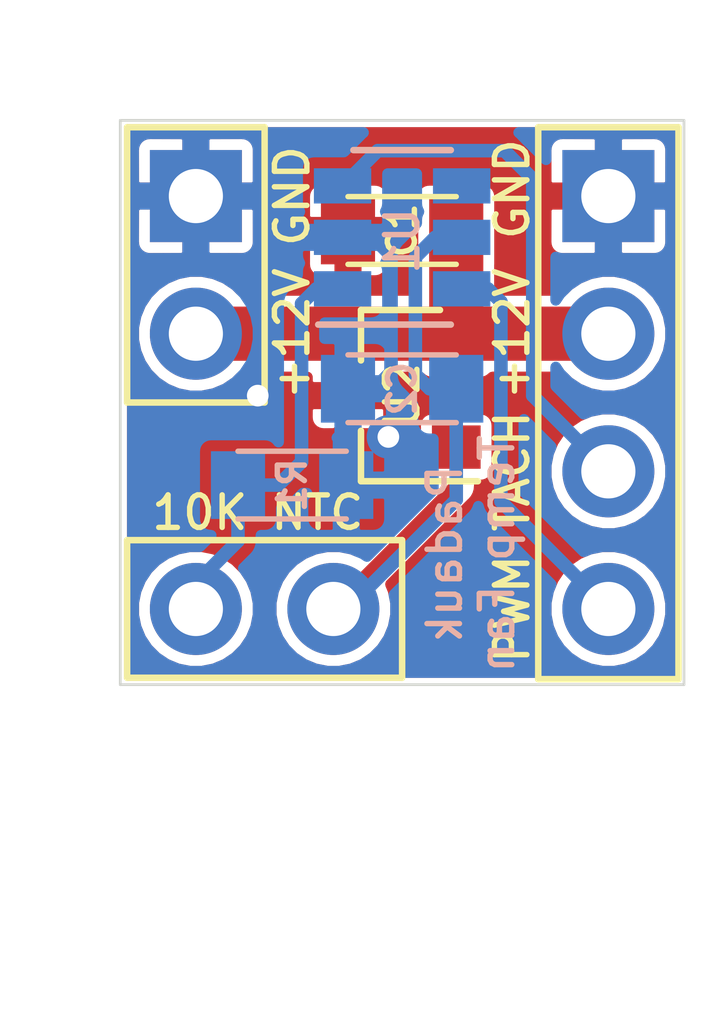
<source format=kicad_pcb>
(kicad_pcb (version 20171130) (host pcbnew "(5.1.6)-1")

  (general
    (thickness 1.6)
    (drawings 12)
    (tracks 41)
    (zones 0)
    (modules 8)
    (nets 8)
  )

  (page A4)
  (layers
    (0 F.Cu signal)
    (31 B.Cu signal)
    (32 B.Adhes user hide)
    (33 F.Adhes user hide)
    (34 B.Paste user hide)
    (35 F.Paste user hide)
    (36 B.SilkS user hide)
    (37 F.SilkS user)
    (38 B.Mask user hide)
    (39 F.Mask user hide)
    (40 Dwgs.User user)
    (41 Cmts.User user)
    (42 Eco1.User user)
    (43 Eco2.User user)
    (44 Edge.Cuts user)
    (45 Margin user)
    (46 B.CrtYd user hide)
    (47 F.CrtYd user)
    (48 B.Fab user hide)
    (49 F.Fab user)
  )

  (setup
    (last_trace_width 0.25)
    (user_trace_width 1)
    (trace_clearance 0.2)
    (zone_clearance 0.1)
    (zone_45_only no)
    (trace_min 0.2)
    (via_size 0.8)
    (via_drill 0.4)
    (via_min_size 0.4)
    (via_min_drill 0.3)
    (uvia_size 0.3)
    (uvia_drill 0.1)
    (uvias_allowed no)
    (uvia_min_size 0.2)
    (uvia_min_drill 0.1)
    (edge_width 0.05)
    (segment_width 0.2)
    (pcb_text_width 0.3)
    (pcb_text_size 1.5 1.5)
    (mod_edge_width 0.12)
    (mod_text_size 0.8 0.8)
    (mod_text_width 0.1)
    (pad_size 1.524 1.524)
    (pad_drill 0.762)
    (pad_to_mask_clearance 0.05)
    (aux_axis_origin 0 0)
    (visible_elements 7FFFFFFF)
    (pcbplotparams
      (layerselection 0x010fc_ffffffff)
      (usegerberextensions false)
      (usegerberattributes true)
      (usegerberadvancedattributes true)
      (creategerberjobfile true)
      (excludeedgelayer true)
      (linewidth 0.100000)
      (plotframeref false)
      (viasonmask false)
      (mode 1)
      (useauxorigin false)
      (hpglpennumber 1)
      (hpglpenspeed 20)
      (hpglpendiameter 15.000000)
      (psnegative false)
      (psa4output false)
      (plotreference true)
      (plotvalue true)
      (plotinvisibletext false)
      (padsonsilk false)
      (subtractmaskfromsilk false)
      (outputformat 1)
      (mirror false)
      (drillshape 0)
      (scaleselection 1)
      (outputdirectory "output/gerber/"))
  )

  (net 0 "")
  (net 1 GND)
  (net 2 +12V)
  (net 3 +5V)
  (net 4 /PWM)
  (net 5 /T_OUT)
  (net 6 "Net-(U1-Pad4)")
  (net 7 /TACH)

  (net_class Default "This is the default net class."
    (clearance 0.2)
    (trace_width 0.25)
    (via_dia 0.8)
    (via_drill 0.4)
    (uvia_dia 0.3)
    (uvia_drill 0.1)
    (add_net +12V)
    (add_net +5V)
    (add_net /PWM)
    (add_net /TACH)
    (add_net /T_OUT)
    (add_net GND)
    (add_net "Net-(U1-Pad4)")
  )

  (module Connector_PinSocket_2.54mm:PinSocket_1x04_P2.54mm_Vertical (layer F.Cu) (tedit 5F6EDFED) (tstamp 5F6EDEFD)
    (at 135.89 80.01)
    (descr "Through hole straight socket strip, 1x04, 2.54mm pitch, single row (from Kicad 4.0.7), script generated")
    (tags "Through hole socket strip THT 1x04 2.54mm single row")
    (path /5F515DDB)
    (fp_text reference J2 (at 0 -2.77) (layer F.Fab)
      (effects (font (size 1 1) (thickness 0.15)))
    )
    (fp_text value FAN (at 0 10.39) (layer F.Fab)
      (effects (font (size 1 1) (thickness 0.15)))
    )
    (fp_line (start -1.8 9.4) (end -1.8 -1.8) (layer F.CrtYd) (width 0.05))
    (fp_line (start 1.75 9.4) (end -1.8 9.4) (layer F.CrtYd) (width 0.05))
    (fp_line (start 1.75 -1.8) (end 1.75 9.4) (layer F.CrtYd) (width 0.05))
    (fp_line (start -1.8 -1.8) (end 1.75 -1.8) (layer F.CrtYd) (width 0.05))
    (fp_line (start 1.2954 -1.27) (end 1.2954 8.9154) (layer F.SilkS) (width 0.12))
    (fp_line (start -1.2954 8.9154) (end 1.2954 8.9154) (layer F.SilkS) (width 0.12))
    (fp_line (start -1.2954 -1.27) (end -1.2954 8.9154) (layer F.SilkS) (width 0.12))
    (fp_line (start -1.2954 -1.27) (end 1.2954 -1.27) (layer F.SilkS) (width 0.12))
    (fp_line (start -1.27 8.89) (end -1.27 -1.27) (layer F.Fab) (width 0.1))
    (fp_line (start 1.27 8.89) (end -1.27 8.89) (layer F.Fab) (width 0.1))
    (fp_line (start 1.27 -0.635) (end 1.27 8.89) (layer F.Fab) (width 0.1))
    (fp_line (start 0.635 -1.27) (end 1.27 -0.635) (layer F.Fab) (width 0.1))
    (fp_line (start -1.27 -1.27) (end 0.635 -1.27) (layer F.Fab) (width 0.1))
    (fp_text user %R (at 0 3.81 90) (layer F.Fab)
      (effects (font (size 1 1) (thickness 0.15)))
    )
    (pad 1 thru_hole rect (at 0 0) (size 1.7 1.7) (drill 1) (layers *.Cu *.Mask)
      (net 1 GND))
    (pad 2 thru_hole oval (at 0 2.54) (size 1.7 1.7) (drill 1) (layers *.Cu *.Mask)
      (net 2 +12V))
    (pad 3 thru_hole oval (at 0 5.08) (size 1.7 1.7) (drill 1) (layers *.Cu *.Mask)
      (net 7 /TACH))
    (pad 4 thru_hole oval (at 0 7.62) (size 1.7 1.7) (drill 1) (layers *.Cu *.Mask)
      (net 4 /PWM))
  )

  (module Connector_PinSocket_2.54mm:PinSocket_1x02_P2.54mm_Vertical (layer F.Cu) (tedit 5F513B1C) (tstamp 5F51931A)
    (at 130.81 87.63 270)
    (descr "Through hole straight socket strip, 1x02, 2.54mm pitch, single row (from Kicad 4.0.7), script generated")
    (tags "Through hole socket strip THT 1x02 2.54mm single row")
    (path /5F519D8F)
    (fp_text reference TH1 (at 0 -2.77 90) (layer F.SilkS) hide
      (effects (font (size 1 1) (thickness 0.15)))
    )
    (fp_text value 10K_NTC_Thermistor (at 0 5.31 90) (layer F.Fab)
      (effects (font (size 1 1) (thickness 0.15)))
    )
    (fp_line (start -1.27 3.81) (end -1.27 -1.27) (layer F.SilkS) (width 0.12))
    (fp_line (start 1.27 3.81) (end -1.27 3.81) (layer F.SilkS) (width 0.12))
    (fp_line (start 1.27 -1.27) (end 1.27 3.81) (layer F.SilkS) (width 0.12))
    (fp_line (start -1.27 -1.27) (end 1.27 -1.27) (layer F.SilkS) (width 0.12))
    (fp_line (start -1.27 -1.27) (end 0.635 -1.27) (layer F.Fab) (width 0.1))
    (fp_line (start 0.635 -1.27) (end 1.27 -0.635) (layer F.Fab) (width 0.1))
    (fp_line (start 1.27 -0.635) (end 1.27 3.81) (layer F.Fab) (width 0.1))
    (fp_line (start 1.27 3.81) (end -1.27 3.81) (layer F.Fab) (width 0.1))
    (fp_line (start -1.27 3.81) (end -1.27 -1.27) (layer F.Fab) (width 0.1))
    (fp_line (start -1.8 -1.8) (end 1.75 -1.8) (layer F.CrtYd) (width 0.05))
    (fp_line (start 1.75 -1.8) (end 1.75 4.3) (layer F.CrtYd) (width 0.05))
    (fp_line (start 1.75 4.3) (end -1.8 4.3) (layer F.CrtYd) (width 0.05))
    (fp_line (start -1.8 4.3) (end -1.8 -1.8) (layer F.CrtYd) (width 0.05))
    (fp_text user %R (at 0 1.27) (layer F.Fab)
      (effects (font (size 1 1) (thickness 0.15)))
    )
    (pad 1 thru_hole oval (at 0 0 270) (size 1.7 1.7) (drill 1) (layers *.Cu *.Mask)
      (net 3 +5V))
    (pad 2 thru_hole oval (at 0 2.54 270) (size 1.7 1.7) (drill 1) (layers *.Cu *.Mask)
      (net 5 /T_OUT))
  )

  (module Connector_PinSocket_2.54mm:PinSocket_1x02_P2.54mm_Vertical (layer F.Cu) (tedit 5F513B00) (tstamp 5F6EDF8C)
    (at 128.27 80.01)
    (descr "Through hole straight socket strip, 1x02, 2.54mm pitch, single row (from Kicad 4.0.7), script generated")
    (tags "Through hole socket strip THT 1x02 2.54mm single row")
    (path /5F51549C)
    (fp_text reference J1 (at 0 -2.77) (layer F.SilkS) hide
      (effects (font (size 1 1) (thickness 0.15)))
    )
    (fp_text value PWR (at 0 -1.8415) (layer F.Fab)
      (effects (font (size 0.8 0.8) (thickness 0.1)))
    )
    (fp_line (start -1.27 3.81) (end -1.27 -1.27) (layer F.SilkS) (width 0.12))
    (fp_line (start 1.27 3.81) (end -1.27 3.81) (layer F.SilkS) (width 0.12))
    (fp_line (start 1.27 -1.27) (end 1.27 3.81) (layer F.SilkS) (width 0.12))
    (fp_line (start -1.27 -1.27) (end 1.27 -1.27) (layer F.SilkS) (width 0.12))
    (fp_line (start -1.27 -1.27) (end 0.635 -1.27) (layer F.Fab) (width 0.1))
    (fp_line (start 0.635 -1.27) (end 1.27 -0.635) (layer F.Fab) (width 0.1))
    (fp_line (start 1.27 -0.635) (end 1.27 3.81) (layer F.Fab) (width 0.1))
    (fp_line (start 1.27 3.81) (end -1.27 3.81) (layer F.Fab) (width 0.1))
    (fp_line (start -1.27 3.81) (end -1.27 -1.27) (layer F.Fab) (width 0.1))
    (fp_line (start -1.8 -1.8) (end 1.75 -1.8) (layer F.CrtYd) (width 0.05))
    (fp_line (start 1.75 -1.8) (end 1.75 4.3) (layer F.CrtYd) (width 0.05))
    (fp_line (start 1.75 4.3) (end -1.8 4.3) (layer F.CrtYd) (width 0.05))
    (fp_line (start -1.8 4.3) (end -1.8 -1.8) (layer F.CrtYd) (width 0.05))
    (fp_text user %R (at 0 1.27 90) (layer F.Fab)
      (effects (font (size 1 1) (thickness 0.15)))
    )
    (pad 1 thru_hole rect (at 0 0) (size 1.7 1.7) (drill 1) (layers *.Cu *.Mask)
      (net 1 GND))
    (pad 2 thru_hole oval (at 0 2.54) (size 1.7 1.7) (drill 1) (layers *.Cu *.Mask)
      (net 2 +12V))
  )

  (module modules:C_0805 (layer F.Cu) (tedit 5B1881B6) (tstamp 5F518787)
    (at 132.08 80.645)
    (path /5F518EB9)
    (attr smd)
    (fp_text reference C1 (at 0 0 90) (layer F.SilkS)
      (effects (font (size 0.5 0.5) (thickness 0.1)))
    )
    (fp_text value 1u (at 0 -0.9525) (layer F.Fab) hide
      (effects (font (size 0.25 0.25) (thickness 0.0625)))
    )
    (fp_line (start -1 0.625) (end 1 0.625) (layer F.SilkS) (width 0.1))
    (fp_line (start -1 -0.625) (end 1 -0.625) (layer F.SilkS) (width 0.1))
    (fp_line (start 1 -0.625) (end 1 0.625) (layer F.Fab) (width 0.1))
    (fp_line (start -1 -0.625) (end -1 0.625) (layer F.Fab) (width 0.1))
    (fp_line (start -1 0.625) (end 1 0.625) (layer F.Fab) (width 0.1))
    (fp_line (start -1 -0.625) (end 1 -0.625) (layer F.Fab) (width 0.1))
    (pad 1 smd rect (at -1 0) (size 1 1.25) (layers F.Cu F.Paste F.Mask)
      (net 1 GND))
    (pad 2 smd rect (at 1 0) (size 1 1.25) (layers F.Cu F.Paste F.Mask)
      (net 2 +12V))
    (model ${KISYS3DMOD}/Capacitor_SMD.3dshapes/C_0805_2012Metric.wrl
      (at (xyz 0 0 0))
      (scale (xyz 1 1 1))
      (rotate (xyz 0 0 0))
    )
  )

  (module modules:C_0805 (layer B.Cu) (tedit 5B1881B6) (tstamp 5F51A8DC)
    (at 132.08 83.566 180)
    (path /5F519804)
    (attr smd)
    (fp_text reference C2 (at 0 0 90) (layer B.SilkS)
      (effects (font (size 0.5 0.5) (thickness 0.1)) (justify mirror))
    )
    (fp_text value 100n (at 0 0.9525 180) (layer B.Fab) hide
      (effects (font (size 0.25 0.25) (thickness 0.0625)) (justify mirror))
    )
    (fp_line (start -1 0.625) (end 1 0.625) (layer B.Fab) (width 0.1))
    (fp_line (start -1 -0.625) (end 1 -0.625) (layer B.Fab) (width 0.1))
    (fp_line (start -1 0.625) (end -1 -0.625) (layer B.Fab) (width 0.1))
    (fp_line (start 1 0.625) (end 1 -0.625) (layer B.Fab) (width 0.1))
    (fp_line (start -1 0.625) (end 1 0.625) (layer B.SilkS) (width 0.1))
    (fp_line (start -1 -0.625) (end 1 -0.625) (layer B.SilkS) (width 0.1))
    (pad 2 smd rect (at 1 0 180) (size 1 1.25) (layers B.Cu B.Paste B.Mask)
      (net 1 GND))
    (pad 1 smd rect (at -1 0 180) (size 1 1.25) (layers B.Cu B.Paste B.Mask)
      (net 3 +5V))
    (model ${KISYS3DMOD}/Capacitor_SMD.3dshapes/C_0805_2012Metric.wrl
      (at (xyz 0 0 0))
      (scale (xyz 1 1 1))
      (rotate (xyz 0 0 0))
    )
  )

  (module modules:R_0805 (layer B.Cu) (tedit 5B1881B6) (tstamp 5F519CE6)
    (at 130.048 85.344)
    (path /5F51A658)
    (attr smd)
    (fp_text reference R1 (at 0 0 90) (layer B.SilkS)
      (effects (font (size 0.5 0.5) (thickness 0.1)) (justify mirror))
    )
    (fp_text value 1k (at 0 0.9525 180) (layer B.Fab) hide
      (effects (font (size 0.25 0.25) (thickness 0.0625)) (justify mirror))
    )
    (fp_line (start -1 -0.625) (end 1 -0.625) (layer B.SilkS) (width 0.1))
    (fp_line (start -1 0.625) (end 1 0.625) (layer B.SilkS) (width 0.1))
    (fp_line (start 1 0.625) (end 1 -0.625) (layer B.Fab) (width 0.1))
    (fp_line (start -1 0.625) (end -1 -0.625) (layer B.Fab) (width 0.1))
    (fp_line (start -1 -0.625) (end 1 -0.625) (layer B.Fab) (width 0.1))
    (fp_line (start -1 0.625) (end 1 0.625) (layer B.Fab) (width 0.1))
    (pad 1 smd rect (at -1 0) (size 1 1.25) (layers B.Cu B.Paste B.Mask)
      (net 5 /T_OUT))
    (pad 2 smd rect (at 1 0) (size 1 1.25) (layers B.Cu B.Paste B.Mask)
      (net 1 GND))
    (model ${KISYS3DMOD}/Resistor_SMD.3dshapes/R_0805_2012Metric.wrl
      (at (xyz 0 0 0))
      (scale (xyz 1 1 1))
      (rotate (xyz 0 0 0))
    )
  )

  (module Package_TO_SOT_SMD:SOT-23-6 (layer B.Cu) (tedit 5A02FF57) (tstamp 5F518821)
    (at 132.08 80.772)
    (descr "6-pin SOT-23 package")
    (tags SOT-23-6)
    (path /5F517934)
    (attr smd)
    (fp_text reference U1 (at 0 0.0635 90) (layer B.SilkS)
      (effects (font (size 0.6 0.6) (thickness 0.1)) (justify mirror))
    )
    (fp_text value PMS150C-U06 (at 0 -2.9) (layer B.Fab)
      (effects (font (size 1 1) (thickness 0.15)) (justify mirror))
    )
    (fp_line (start -0.9 -1.61) (end 0.9 -1.61) (layer B.SilkS) (width 0.12))
    (fp_line (start 0.9 1.61) (end -1.55 1.61) (layer B.SilkS) (width 0.12))
    (fp_line (start 1.9 1.8) (end -1.9 1.8) (layer B.CrtYd) (width 0.05))
    (fp_line (start 1.9 -1.8) (end 1.9 1.8) (layer B.CrtYd) (width 0.05))
    (fp_line (start -1.9 -1.8) (end 1.9 -1.8) (layer B.CrtYd) (width 0.05))
    (fp_line (start -1.9 1.8) (end -1.9 -1.8) (layer B.CrtYd) (width 0.05))
    (fp_line (start -0.9 0.9) (end -0.25 1.55) (layer B.Fab) (width 0.1))
    (fp_line (start 0.9 1.55) (end -0.25 1.55) (layer B.Fab) (width 0.1))
    (fp_line (start -0.9 0.9) (end -0.9 -1.55) (layer B.Fab) (width 0.1))
    (fp_line (start 0.9 -1.55) (end -0.9 -1.55) (layer B.Fab) (width 0.1))
    (fp_line (start 0.9 1.55) (end 0.9 -1.55) (layer B.Fab) (width 0.1))
    (fp_text user %R (at 0 0 270) (layer B.Fab)
      (effects (font (size 0.5 0.5) (thickness 0.075)) (justify mirror))
    )
    (pad 1 smd rect (at -1.1 0.95) (size 1.06 0.65) (layers B.Cu B.Paste B.Mask)
      (net 5 /T_OUT))
    (pad 2 smd rect (at -1.1 0) (size 1.06 0.65) (layers B.Cu B.Paste B.Mask)
      (net 1 GND))
    (pad 3 smd rect (at -1.1 -0.95) (size 1.06 0.65) (layers B.Cu B.Paste B.Mask)
      (net 7 /TACH))
    (pad 4 smd rect (at 1.1 -0.95) (size 1.06 0.65) (layers B.Cu B.Paste B.Mask)
      (net 6 "Net-(U1-Pad4)"))
    (pad 6 smd rect (at 1.1 0.95) (size 1.06 0.65) (layers B.Cu B.Paste B.Mask)
      (net 4 /PWM))
    (pad 5 smd rect (at 1.1 0) (size 1.06 0.65) (layers B.Cu B.Paste B.Mask)
      (net 3 +5V))
    (model ${KISYS3DMOD}/Package_TO_SOT_SMD.3dshapes/SOT-23-6.wrl
      (at (xyz 0 0 0))
      (scale (xyz 1 1 1))
      (rotate (xyz 0 0 0))
    )
  )

  (module Package_TO_SOT_SMD:SOT-23 (layer F.Cu) (tedit 5A02FF57) (tstamp 5F518836)
    (at 132.08 83.693 180)
    (descr "SOT-23, Standard")
    (tags SOT-23)
    (path /5F51441F)
    (attr smd)
    (fp_text reference U2 (at 0 0 90) (layer F.SilkS)
      (effects (font (size 0.6 0.6) (thickness 0.1)))
    )
    (fp_text value 78L05_SOT23 (at 0 2.5) (layer F.Fab)
      (effects (font (size 1 1) (thickness 0.15)))
    )
    (fp_line (start -0.7 -0.95) (end -0.7 1.5) (layer F.Fab) (width 0.1))
    (fp_line (start -0.15 -1.52) (end 0.7 -1.52) (layer F.Fab) (width 0.1))
    (fp_line (start -0.7 -0.95) (end -0.15 -1.52) (layer F.Fab) (width 0.1))
    (fp_line (start 0.7 -1.52) (end 0.7 1.52) (layer F.Fab) (width 0.1))
    (fp_line (start -0.7 1.52) (end 0.7 1.52) (layer F.Fab) (width 0.1))
    (fp_line (start 0.76 1.58) (end 0.76 0.65) (layer F.SilkS) (width 0.12))
    (fp_line (start 0.76 -1.58) (end 0.76 -0.65) (layer F.SilkS) (width 0.12))
    (fp_line (start -1.7 -1.75) (end 1.7 -1.75) (layer F.CrtYd) (width 0.05))
    (fp_line (start 1.7 -1.75) (end 1.7 1.75) (layer F.CrtYd) (width 0.05))
    (fp_line (start 1.7 1.75) (end -1.7 1.75) (layer F.CrtYd) (width 0.05))
    (fp_line (start -1.7 1.75) (end -1.7 -1.75) (layer F.CrtYd) (width 0.05))
    (fp_line (start 0.76 -1.58) (end -1.4 -1.58) (layer F.SilkS) (width 0.12))
    (fp_line (start 0.76 1.58) (end -0.7 1.58) (layer F.SilkS) (width 0.12))
    (fp_text user %R (at 0 0 90) (layer F.Fab)
      (effects (font (size 0.5 0.5) (thickness 0.075)))
    )
    (pad 1 smd rect (at -1 -0.95 180) (size 0.9 0.8) (layers F.Cu F.Paste F.Mask)
      (net 3 +5V))
    (pad 2 smd rect (at -1 0.95 180) (size 0.9 0.8) (layers F.Cu F.Paste F.Mask)
      (net 2 +12V))
    (pad 3 smd rect (at 1 0 180) (size 0.9 0.8) (layers F.Cu F.Paste F.Mask)
      (net 1 GND))
    (model ${KISYS3DMOD}/Package_TO_SOT_SMD.3dshapes/SOT-23.wrl
      (at (xyz 0 0 0))
      (scale (xyz 1 1 1))
      (rotate (xyz 0 0 0))
    )
  )

  (gr_text GND (at 134.112 79.883 90) (layer F.SilkS)
    (effects (font (size 0.6 0.6) (thickness 0.1)))
  )
  (gr_text TACH (at 134.112 85.09 90) (layer F.SilkS)
    (effects (font (size 0.6 0.6) (thickness 0.1)))
  )
  (gr_text "Padauk\nTemp Fan" (at 133.35 86.614 90) (layer B.SilkS)
    (effects (font (size 0.6 0.6) (thickness 0.1)) (justify mirror))
  )
  (gr_line (start 126.873 89.027) (end 126.873 78.613) (layer Edge.Cuts) (width 0.05) (tstamp 5F519B10))
  (gr_line (start 137.287 89.027) (end 126.873 89.027) (layer Edge.Cuts) (width 0.05))
  (gr_line (start 137.287 78.613) (end 137.287 89.027) (layer Edge.Cuts) (width 0.05))
  (gr_line (start 126.873 78.613) (end 137.287 78.613) (layer Edge.Cuts) (width 0.05))
  (gr_text "10K NTC" (at 129.413 85.852) (layer F.SilkS)
    (effects (font (size 0.6 0.6) (thickness 0.1)))
  )
  (gr_text PWM (at 134.112 87.63 90) (layer F.SilkS)
    (effects (font (size 0.6 0.6) (thickness 0.1)))
  )
  (gr_text +12V (at 134.112 82.55 90) (layer F.SilkS)
    (effects (font (size 0.6 0.6) (thickness 0.1)))
  )
  (gr_text +12V (at 130.048 82.55 90) (layer F.SilkS)
    (effects (font (size 0.6 0.6) (thickness 0.1)))
  )
  (gr_text GND (at 130.048 80.01 90) (layer F.SilkS)
    (effects (font (size 0.6 0.6) (thickness 0.1)))
  )

  (segment (start 131.08 85.312) (end 131.048 85.344) (width 0.25) (layer B.Cu) (net 1))
  (segment (start 131.08 83.566) (end 131.08 85.312) (width 0.25) (layer B.Cu) (net 1))
  (via (at 131.826 84.455) (size 0.8) (drill 0.4) (layers F.Cu B.Cu) (net 1))
  (segment (start 131.874989 83.263011) (end 131.874989 81.104011) (width 0.25) (layer B.Cu) (net 1))
  (segment (start 131.542978 80.772) (end 130.98 80.772) (width 0.25) (layer B.Cu) (net 1))
  (segment (start 131.08 83.566) (end 131.572 83.566) (width 0.25) (layer B.Cu) (net 1))
  (segment (start 131.874989 81.104011) (end 131.542978 80.772) (width 0.25) (layer B.Cu) (net 1))
  (segment (start 131.572 83.566) (end 131.874989 83.263011) (width 0.25) (layer B.Cu) (net 1))
  (via (at 129.413 83.693) (size 0.8) (drill 0.4) (layers F.Cu B.Cu) (net 1))
  (segment (start 132.887 82.55) (end 133.08 82.743) (width 1) (layer F.Cu) (net 2))
  (segment (start 128.27 82.55) (end 132.887 82.55) (width 1) (layer F.Cu) (net 2))
  (segment (start 133.273 82.55) (end 133.08 82.743) (width 1) (layer F.Cu) (net 2))
  (segment (start 135.89 82.55) (end 133.273 82.55) (width 1) (layer F.Cu) (net 2))
  (segment (start 133.08 80.899) (end 133.08 82.743) (width 1) (layer F.Cu) (net 2))
  (segment (start 133.08 85.36) (end 130.81 87.63) (width 0.25) (layer F.Cu) (net 3))
  (segment (start 133.08 84.643) (end 133.08 85.36) (width 0.25) (layer F.Cu) (net 3))
  (segment (start 132.689998 80.772) (end 133.18 80.772) (width 0.25) (layer B.Cu) (net 3))
  (segment (start 132.324999 81.136999) (end 132.689998 80.772) (width 0.25) (layer B.Cu) (net 3))
  (segment (start 132.324999 83.302999) (end 132.324999 81.136999) (width 0.25) (layer B.Cu) (net 3))
  (segment (start 133.08 83.566) (end 132.588 83.566) (width 0.25) (layer B.Cu) (net 3))
  (segment (start 132.588 83.566) (end 132.324999 83.302999) (width 0.25) (layer B.Cu) (net 3))
  (segment (start 133.08 83.566) (end 133.08 85.614) (width 0.25) (layer B.Cu) (net 3))
  (segment (start 131.064 87.63) (end 130.81 87.63) (width 0.25) (layer B.Cu) (net 3))
  (segment (start 133.08 85.614) (end 131.064 87.63) (width 0.25) (layer B.Cu) (net 3))
  (segment (start 133.905001 85.645001) (end 135.89 87.63) (width 0.25) (layer B.Cu) (net 4))
  (segment (start 133.905001 81.962001) (end 133.905001 85.645001) (width 0.25) (layer B.Cu) (net 4))
  (segment (start 133.18 81.722) (end 133.665 81.722) (width 0.25) (layer B.Cu) (net 4))
  (segment (start 133.665 81.722) (end 133.905001 81.962001) (width 0.25) (layer B.Cu) (net 4))
  (segment (start 128.27 87.154) (end 129.048 86.376) (width 0.25) (layer B.Cu) (net 5))
  (segment (start 128.27 87.63) (end 128.27 87.154) (width 0.25) (layer B.Cu) (net 5))
  (segment (start 129.048 85.344) (end 129.048 86.376) (width 0.25) (layer B.Cu) (net 5))
  (segment (start 130.495 81.722) (end 130.98 81.722) (width 0.25) (layer B.Cu) (net 5))
  (segment (start 130.222999 84.915001) (end 130.222999 81.994001) (width 0.25) (layer B.Cu) (net 5))
  (segment (start 130.222999 81.994001) (end 130.495 81.722) (width 0.25) (layer B.Cu) (net 5))
  (segment (start 129.794 85.344) (end 130.222999 84.915001) (width 0.25) (layer B.Cu) (net 5))
  (segment (start 129.048 85.344) (end 129.794 85.344) (width 0.25) (layer B.Cu) (net 5))
  (segment (start 133.970001 79.171999) (end 134.493 79.694998) (width 0.25) (layer B.Cu) (net 7))
  (segment (start 130.98 79.822) (end 131.630001 79.171999) (width 0.25) (layer B.Cu) (net 7))
  (segment (start 131.630001 79.171999) (end 133.970001 79.171999) (width 0.25) (layer B.Cu) (net 7))
  (segment (start 134.493 83.693) (end 135.89 85.09) (width 0.25) (layer B.Cu) (net 7))
  (segment (start 134.493 79.694998) (end 134.493 83.693) (width 0.25) (layer B.Cu) (net 7))

  (zone (net 1) (net_name GND) (layer B.Cu) (tstamp 5F6EEACB) (hatch edge 0.508)
    (connect_pads (clearance 0.1))
    (min_thickness 0.2)
    (fill yes (arc_segments 32) (thermal_gap 0.2) (thermal_bridge_width 0.5))
    (polygon
      (pts
        (xy 137.287 89.027) (xy 126.873 89.027) (xy 126.873 78.613) (xy 137.287 78.613)
      )
    )
    (filled_polygon
      (pts
        (xy 131.328027 78.870025) (xy 131.314722 78.886237) (xy 131.00541 79.195549) (xy 130.45 79.195549) (xy 130.39119 79.201341)
        (xy 130.33464 79.218496) (xy 130.282523 79.246353) (xy 130.236842 79.283842) (xy 130.199353 79.329523) (xy 130.171496 79.38164)
        (xy 130.154341 79.43819) (xy 130.148549 79.497) (xy 130.148549 80.147) (xy 130.154341 80.20581) (xy 130.171496 80.26236)
        (xy 130.190011 80.296999) (xy 130.171495 80.331639) (xy 130.15434 80.38819) (xy 130.148548 80.447) (xy 130.15 80.547)
        (xy 130.225 80.622) (xy 130.83 80.622) (xy 130.83 80.602) (xy 131.13 80.602) (xy 131.13 80.622)
        (xy 131.735 80.622) (xy 131.81 80.547) (xy 131.811452 80.447) (xy 131.80566 80.38819) (xy 131.788505 80.331639)
        (xy 131.769989 80.296999) (xy 131.788504 80.26236) (xy 131.805659 80.20581) (xy 131.811451 80.147) (xy 131.811451 79.596999)
        (xy 132.348549 79.596999) (xy 132.348549 80.147) (xy 132.354341 80.20581) (xy 132.371496 80.26236) (xy 132.390011 80.297)
        (xy 132.371496 80.33164) (xy 132.354341 80.38819) (xy 132.348549 80.447) (xy 132.348549 80.512409) (xy 132.039238 80.82172)
        (xy 132.023026 80.835025) (xy 131.969916 80.899739) (xy 131.950841 80.935427) (xy 131.930452 80.973572) (xy 131.906149 81.053685)
        (xy 131.897944 81.136999) (xy 131.9 81.157876) (xy 131.899999 83.282132) (xy 131.897944 83.302999) (xy 131.899999 83.323866)
        (xy 131.899999 83.323872) (xy 131.906149 83.386312) (xy 131.930451 83.466425) (xy 131.969915 83.540258) (xy 132.023025 83.604973)
        (xy 132.039243 83.618283) (xy 132.272712 83.851751) (xy 132.278549 83.858863) (xy 132.278549 84.191) (xy 132.284341 84.24981)
        (xy 132.301496 84.30636) (xy 132.329353 84.358477) (xy 132.366842 84.404158) (xy 132.412523 84.441647) (xy 132.46464 84.469504)
        (xy 132.52119 84.486659) (xy 132.58 84.492451) (xy 132.655 84.492451) (xy 132.655001 85.437959) (xy 131.431068 86.661892)
        (xy 131.354729 86.610884) (xy 131.145443 86.524194) (xy 130.923265 86.48) (xy 130.696735 86.48) (xy 130.474557 86.524194)
        (xy 130.265271 86.610884) (xy 130.076918 86.736737) (xy 129.916737 86.896918) (xy 129.790884 87.085271) (xy 129.704194 87.294557)
        (xy 129.66 87.516735) (xy 129.66 87.743265) (xy 129.704194 87.965443) (xy 129.790884 88.174729) (xy 129.916737 88.363082)
        (xy 130.076918 88.523263) (xy 130.265271 88.649116) (xy 130.474557 88.735806) (xy 130.696735 88.78) (xy 130.923265 88.78)
        (xy 131.145443 88.735806) (xy 131.354729 88.649116) (xy 131.543082 88.523263) (xy 131.703263 88.363082) (xy 131.829116 88.174729)
        (xy 131.915806 87.965443) (xy 131.96 87.743265) (xy 131.96 87.516735) (xy 131.929855 87.365185) (xy 133.365756 85.929284)
        (xy 133.381974 85.915974) (xy 133.435084 85.85126) (xy 133.474548 85.777427) (xy 133.487799 85.733746) (xy 133.499117 85.771055)
        (xy 133.510454 85.808428) (xy 133.549918 85.882261) (xy 133.603028 85.946975) (xy 133.61924 85.96028) (xy 134.833788 87.174828)
        (xy 134.784194 87.294557) (xy 134.74 87.516735) (xy 134.74 87.743265) (xy 134.784194 87.965443) (xy 134.870884 88.174729)
        (xy 134.996737 88.363082) (xy 135.156918 88.523263) (xy 135.345271 88.649116) (xy 135.554557 88.735806) (xy 135.776735 88.78)
        (xy 136.003265 88.78) (xy 136.225443 88.735806) (xy 136.434729 88.649116) (xy 136.623082 88.523263) (xy 136.783263 88.363082)
        (xy 136.909116 88.174729) (xy 136.995806 87.965443) (xy 137.04 87.743265) (xy 137.04 87.516735) (xy 136.995806 87.294557)
        (xy 136.909116 87.085271) (xy 136.783263 86.896918) (xy 136.623082 86.736737) (xy 136.434729 86.610884) (xy 136.225443 86.524194)
        (xy 136.003265 86.48) (xy 135.776735 86.48) (xy 135.554557 86.524194) (xy 135.434828 86.573788) (xy 134.330001 85.468961)
        (xy 134.330001 84.131041) (xy 134.833788 84.634828) (xy 134.784194 84.754557) (xy 134.74 84.976735) (xy 134.74 85.203265)
        (xy 134.784194 85.425443) (xy 134.870884 85.634729) (xy 134.996737 85.823082) (xy 135.156918 85.983263) (xy 135.345271 86.109116)
        (xy 135.554557 86.195806) (xy 135.776735 86.24) (xy 136.003265 86.24) (xy 136.225443 86.195806) (xy 136.434729 86.109116)
        (xy 136.623082 85.983263) (xy 136.783263 85.823082) (xy 136.909116 85.634729) (xy 136.995806 85.425443) (xy 137.04 85.203265)
        (xy 137.04 84.976735) (xy 136.995806 84.754557) (xy 136.909116 84.545271) (xy 136.783263 84.356918) (xy 136.623082 84.196737)
        (xy 136.434729 84.070884) (xy 136.225443 83.984194) (xy 136.003265 83.94) (xy 135.776735 83.94) (xy 135.554557 83.984194)
        (xy 135.434828 84.033788) (xy 134.918 83.51696) (xy 134.918 83.165243) (xy 134.996737 83.283082) (xy 135.156918 83.443263)
        (xy 135.345271 83.569116) (xy 135.554557 83.655806) (xy 135.776735 83.7) (xy 136.003265 83.7) (xy 136.225443 83.655806)
        (xy 136.434729 83.569116) (xy 136.623082 83.443263) (xy 136.783263 83.283082) (xy 136.909116 83.094729) (xy 136.995806 82.885443)
        (xy 137.04 82.663265) (xy 137.04 82.436735) (xy 136.995806 82.214557) (xy 136.909116 82.005271) (xy 136.783263 81.816918)
        (xy 136.623082 81.656737) (xy 136.434729 81.530884) (xy 136.225443 81.444194) (xy 136.003265 81.4) (xy 135.776735 81.4)
        (xy 135.554557 81.444194) (xy 135.345271 81.530884) (xy 135.156918 81.656737) (xy 134.996737 81.816918) (xy 134.918 81.934757)
        (xy 134.918 81.134956) (xy 134.924639 81.138505) (xy 134.98119 81.15566) (xy 135.04 81.161452) (xy 135.665 81.16)
        (xy 135.74 81.085) (xy 135.74 80.16) (xy 136.04 80.16) (xy 136.04 81.085) (xy 136.115 81.16)
        (xy 136.74 81.161452) (xy 136.79881 81.15566) (xy 136.855361 81.138505) (xy 136.907478 81.110648) (xy 136.953159 81.073159)
        (xy 136.990648 81.027478) (xy 137.018505 80.975361) (xy 137.03566 80.91881) (xy 137.041452 80.86) (xy 137.04 80.235)
        (xy 136.965 80.16) (xy 136.04 80.16) (xy 135.74 80.16) (xy 135.72 80.16) (xy 135.72 79.86)
        (xy 135.74 79.86) (xy 135.74 78.935) (xy 136.04 78.935) (xy 136.04 79.86) (xy 136.965 79.86)
        (xy 137.04 79.785) (xy 137.041452 79.16) (xy 137.03566 79.10119) (xy 137.018505 79.044639) (xy 136.990648 78.992522)
        (xy 136.953159 78.946841) (xy 136.907478 78.909352) (xy 136.855361 78.881495) (xy 136.79881 78.86434) (xy 136.74 78.858548)
        (xy 136.115 78.86) (xy 136.04 78.935) (xy 135.74 78.935) (xy 135.665 78.86) (xy 135.04 78.858548)
        (xy 134.98119 78.86434) (xy 134.924639 78.881495) (xy 134.872522 78.909352) (xy 134.826841 78.946841) (xy 134.789352 78.992522)
        (xy 134.761495 79.044639) (xy 134.74434 79.10119) (xy 134.738548 79.16) (xy 134.738966 79.339923) (xy 134.285284 78.886242)
        (xy 134.271975 78.870025) (xy 134.232953 78.838) (xy 137.062 78.838) (xy 137.062001 88.802) (xy 127.098 88.802)
        (xy 127.098 87.516735) (xy 127.12 87.516735) (xy 127.12 87.743265) (xy 127.164194 87.965443) (xy 127.250884 88.174729)
        (xy 127.376737 88.363082) (xy 127.536918 88.523263) (xy 127.725271 88.649116) (xy 127.934557 88.735806) (xy 128.156735 88.78)
        (xy 128.383265 88.78) (xy 128.605443 88.735806) (xy 128.814729 88.649116) (xy 129.003082 88.523263) (xy 129.163263 88.363082)
        (xy 129.289116 88.174729) (xy 129.375806 87.965443) (xy 129.42 87.743265) (xy 129.42 87.516735) (xy 129.375806 87.294557)
        (xy 129.289116 87.085271) (xy 129.163263 86.896918) (xy 129.145693 86.879348) (xy 129.333762 86.691279) (xy 129.349974 86.677974)
        (xy 129.403084 86.61326) (xy 129.442548 86.539427) (xy 129.46685 86.459314) (xy 129.473 86.396874) (xy 129.473 86.396868)
        (xy 129.475055 86.376001) (xy 129.473 86.355134) (xy 129.473 86.270451) (xy 129.548 86.270451) (xy 129.60681 86.264659)
        (xy 129.66336 86.247504) (xy 129.715477 86.219647) (xy 129.761158 86.182158) (xy 129.798647 86.136477) (xy 129.826504 86.08436)
        (xy 129.843659 86.02781) (xy 129.849451 85.969) (xy 129.849451 85.765594) (xy 129.877314 85.76285) (xy 129.957427 85.738548)
        (xy 130.03126 85.699084) (xy 130.095974 85.645974) (xy 130.109283 85.629757) (xy 130.248 85.49104) (xy 130.248 85.494002)
        (xy 130.322998 85.494002) (xy 130.248 85.569) (xy 130.246548 85.969) (xy 130.25234 86.02781) (xy 130.269495 86.084361)
        (xy 130.297352 86.136478) (xy 130.334841 86.182159) (xy 130.380522 86.219648) (xy 130.432639 86.247505) (xy 130.48919 86.26466)
        (xy 130.548 86.270452) (xy 130.823 86.269) (xy 130.898 86.194) (xy 130.898 85.494) (xy 131.198 85.494)
        (xy 131.198 86.194) (xy 131.273 86.269) (xy 131.548 86.270452) (xy 131.60681 86.26466) (xy 131.663361 86.247505)
        (xy 131.715478 86.219648) (xy 131.761159 86.182159) (xy 131.798648 86.136478) (xy 131.826505 86.084361) (xy 131.84366 86.02781)
        (xy 131.849452 85.969) (xy 131.848 85.569) (xy 131.773 85.494) (xy 131.198 85.494) (xy 130.898 85.494)
        (xy 130.878 85.494) (xy 130.878 85.194) (xy 130.898 85.194) (xy 130.898 84.494) (xy 131.198 84.494)
        (xy 131.198 85.194) (xy 131.773 85.194) (xy 131.848 85.119) (xy 131.849452 84.719) (xy 131.84366 84.66019)
        (xy 131.826505 84.603639) (xy 131.798648 84.551522) (xy 131.761159 84.505841) (xy 131.715478 84.468352) (xy 131.706498 84.463552)
        (xy 131.747478 84.441648) (xy 131.793159 84.404159) (xy 131.830648 84.358478) (xy 131.858505 84.306361) (xy 131.87566 84.24981)
        (xy 131.881452 84.191) (xy 131.88 83.791) (xy 131.805 83.716) (xy 131.23 83.716) (xy 131.23 84.416)
        (xy 131.253 84.439) (xy 131.198 84.494) (xy 130.898 84.494) (xy 130.875 84.471) (xy 130.93 84.416)
        (xy 130.93 83.716) (xy 130.91 83.716) (xy 130.91 83.416) (xy 130.93 83.416) (xy 130.93 82.716)
        (xy 131.23 82.716) (xy 131.23 83.416) (xy 131.805 83.416) (xy 131.88 83.341) (xy 131.881452 82.941)
        (xy 131.87566 82.88219) (xy 131.858505 82.825639) (xy 131.830648 82.773522) (xy 131.793159 82.727841) (xy 131.747478 82.690352)
        (xy 131.695361 82.662495) (xy 131.63881 82.64534) (xy 131.58 82.639548) (xy 131.305 82.641) (xy 131.23 82.716)
        (xy 130.93 82.716) (xy 130.855 82.641) (xy 130.647999 82.639907) (xy 130.647999 82.348451) (xy 131.51 82.348451)
        (xy 131.56881 82.342659) (xy 131.62536 82.325504) (xy 131.677477 82.297647) (xy 131.723158 82.260158) (xy 131.760647 82.214477)
        (xy 131.788504 82.16236) (xy 131.805659 82.10581) (xy 131.811451 82.047) (xy 131.811451 81.397) (xy 131.805659 81.33819)
        (xy 131.788504 81.28164) (xy 131.769989 81.247001) (xy 131.788505 81.212361) (xy 131.80566 81.15581) (xy 131.811452 81.097)
        (xy 131.81 80.997) (xy 131.735 80.922) (xy 131.13 80.922) (xy 131.13 80.942) (xy 130.83 80.942)
        (xy 130.83 80.922) (xy 130.225 80.922) (xy 130.15 80.997) (xy 130.148548 81.097) (xy 130.15434 81.15581)
        (xy 130.171495 81.212361) (xy 130.190011 81.247001) (xy 130.171496 81.28164) (xy 130.154341 81.33819) (xy 130.148549 81.397)
        (xy 130.148549 81.467412) (xy 129.937239 81.678722) (xy 129.921026 81.692027) (xy 129.907721 81.708239) (xy 129.907719 81.708241)
        (xy 129.895453 81.723188) (xy 129.867916 81.756741) (xy 129.845556 81.798574) (xy 129.828452 81.830574) (xy 129.804149 81.910687)
        (xy 129.795944 81.994001) (xy 129.798 82.014878) (xy 129.797999 84.550734) (xy 129.761158 84.505842) (xy 129.715477 84.468353)
        (xy 129.66336 84.440496) (xy 129.60681 84.423341) (xy 129.548 84.417549) (xy 128.548 84.417549) (xy 128.48919 84.423341)
        (xy 128.43264 84.440496) (xy 128.380523 84.468353) (xy 128.334842 84.505842) (xy 128.297353 84.551523) (xy 128.269496 84.60364)
        (xy 128.252341 84.66019) (xy 128.246549 84.719) (xy 128.246549 85.969) (xy 128.252341 86.02781) (xy 128.269496 86.08436)
        (xy 128.297353 86.136477) (xy 128.334842 86.182158) (xy 128.380523 86.219647) (xy 128.43264 86.247504) (xy 128.48919 86.264659)
        (xy 128.548 86.270451) (xy 128.552508 86.270451) (xy 128.34296 86.48) (xy 128.156735 86.48) (xy 127.934557 86.524194)
        (xy 127.725271 86.610884) (xy 127.536918 86.736737) (xy 127.376737 86.896918) (xy 127.250884 87.085271) (xy 127.164194 87.294557)
        (xy 127.12 87.516735) (xy 127.098 87.516735) (xy 127.098 82.436735) (xy 127.12 82.436735) (xy 127.12 82.663265)
        (xy 127.164194 82.885443) (xy 127.250884 83.094729) (xy 127.376737 83.283082) (xy 127.536918 83.443263) (xy 127.725271 83.569116)
        (xy 127.934557 83.655806) (xy 128.156735 83.7) (xy 128.383265 83.7) (xy 128.605443 83.655806) (xy 128.814729 83.569116)
        (xy 129.003082 83.443263) (xy 129.163263 83.283082) (xy 129.289116 83.094729) (xy 129.375806 82.885443) (xy 129.42 82.663265)
        (xy 129.42 82.436735) (xy 129.375806 82.214557) (xy 129.289116 82.005271) (xy 129.163263 81.816918) (xy 129.003082 81.656737)
        (xy 128.814729 81.530884) (xy 128.605443 81.444194) (xy 128.383265 81.4) (xy 128.156735 81.4) (xy 127.934557 81.444194)
        (xy 127.725271 81.530884) (xy 127.536918 81.656737) (xy 127.376737 81.816918) (xy 127.250884 82.005271) (xy 127.164194 82.214557)
        (xy 127.12 82.436735) (xy 127.098 82.436735) (xy 127.098 80.86) (xy 127.118548 80.86) (xy 127.12434 80.91881)
        (xy 127.141495 80.975361) (xy 127.169352 81.027478) (xy 127.206841 81.073159) (xy 127.252522 81.110648) (xy 127.304639 81.138505)
        (xy 127.36119 81.15566) (xy 127.42 81.161452) (xy 128.045 81.16) (xy 128.12 81.085) (xy 128.12 80.16)
        (xy 128.42 80.16) (xy 128.42 81.085) (xy 128.495 81.16) (xy 129.12 81.161452) (xy 129.17881 81.15566)
        (xy 129.235361 81.138505) (xy 129.287478 81.110648) (xy 129.333159 81.073159) (xy 129.370648 81.027478) (xy 129.398505 80.975361)
        (xy 129.41566 80.91881) (xy 129.421452 80.86) (xy 129.42 80.235) (xy 129.345 80.16) (xy 128.42 80.16)
        (xy 128.12 80.16) (xy 127.195 80.16) (xy 127.12 80.235) (xy 127.118548 80.86) (xy 127.098 80.86)
        (xy 127.098 79.16) (xy 127.118548 79.16) (xy 127.12 79.785) (xy 127.195 79.86) (xy 128.12 79.86)
        (xy 128.12 78.935) (xy 128.42 78.935) (xy 128.42 79.86) (xy 129.345 79.86) (xy 129.42 79.785)
        (xy 129.421452 79.16) (xy 129.41566 79.10119) (xy 129.398505 79.044639) (xy 129.370648 78.992522) (xy 129.333159 78.946841)
        (xy 129.287478 78.909352) (xy 129.235361 78.881495) (xy 129.17881 78.86434) (xy 129.12 78.858548) (xy 128.495 78.86)
        (xy 128.42 78.935) (xy 128.12 78.935) (xy 128.045 78.86) (xy 127.42 78.858548) (xy 127.36119 78.86434)
        (xy 127.304639 78.881495) (xy 127.252522 78.909352) (xy 127.206841 78.946841) (xy 127.169352 78.992522) (xy 127.141495 79.044639)
        (xy 127.12434 79.10119) (xy 127.118548 79.16) (xy 127.098 79.16) (xy 127.098 78.838) (xy 131.367049 78.838)
      )
    )
  )
  (zone (net 1) (net_name GND) (layer F.Cu) (tstamp 5F6EEAC8) (hatch edge 0.508)
    (connect_pads (clearance 0.1))
    (min_thickness 0.2)
    (fill yes (arc_segments 32) (thermal_gap 0.2) (thermal_bridge_width 0.5))
    (polygon
      (pts
        (xy 137.287 89.027) (xy 126.873 89.027) (xy 126.873 78.613) (xy 137.287 78.613)
      )
    )
    (filled_polygon
      (pts
        (xy 137.062001 88.802) (xy 127.098 88.802) (xy 127.098 87.516735) (xy 127.12 87.516735) (xy 127.12 87.743265)
        (xy 127.164194 87.965443) (xy 127.250884 88.174729) (xy 127.376737 88.363082) (xy 127.536918 88.523263) (xy 127.725271 88.649116)
        (xy 127.934557 88.735806) (xy 128.156735 88.78) (xy 128.383265 88.78) (xy 128.605443 88.735806) (xy 128.814729 88.649116)
        (xy 129.003082 88.523263) (xy 129.163263 88.363082) (xy 129.289116 88.174729) (xy 129.375806 87.965443) (xy 129.42 87.743265)
        (xy 129.42 87.516735) (xy 129.66 87.516735) (xy 129.66 87.743265) (xy 129.704194 87.965443) (xy 129.790884 88.174729)
        (xy 129.916737 88.363082) (xy 130.076918 88.523263) (xy 130.265271 88.649116) (xy 130.474557 88.735806) (xy 130.696735 88.78)
        (xy 130.923265 88.78) (xy 131.145443 88.735806) (xy 131.354729 88.649116) (xy 131.543082 88.523263) (xy 131.703263 88.363082)
        (xy 131.829116 88.174729) (xy 131.915806 87.965443) (xy 131.96 87.743265) (xy 131.96 87.516735) (xy 134.74 87.516735)
        (xy 134.74 87.743265) (xy 134.784194 87.965443) (xy 134.870884 88.174729) (xy 134.996737 88.363082) (xy 135.156918 88.523263)
        (xy 135.345271 88.649116) (xy 135.554557 88.735806) (xy 135.776735 88.78) (xy 136.003265 88.78) (xy 136.225443 88.735806)
        (xy 136.434729 88.649116) (xy 136.623082 88.523263) (xy 136.783263 88.363082) (xy 136.909116 88.174729) (xy 136.995806 87.965443)
        (xy 137.04 87.743265) (xy 137.04 87.516735) (xy 136.995806 87.294557) (xy 136.909116 87.085271) (xy 136.783263 86.896918)
        (xy 136.623082 86.736737) (xy 136.434729 86.610884) (xy 136.225443 86.524194) (xy 136.003265 86.48) (xy 135.776735 86.48)
        (xy 135.554557 86.524194) (xy 135.345271 86.610884) (xy 135.156918 86.736737) (xy 134.996737 86.896918) (xy 134.870884 87.085271)
        (xy 134.784194 87.294557) (xy 134.74 87.516735) (xy 131.96 87.516735) (xy 131.915806 87.294557) (xy 131.866212 87.174828)
        (xy 133.365762 85.675279) (xy 133.381974 85.661974) (xy 133.435084 85.59726) (xy 133.460801 85.549145) (xy 133.474548 85.523428)
        (xy 133.49885 85.443314) (xy 133.50061 85.425443) (xy 133.505 85.380874) (xy 133.505 85.380867) (xy 133.507055 85.36)
        (xy 133.505524 85.344451) (xy 133.53 85.344451) (xy 133.58881 85.338659) (xy 133.64536 85.321504) (xy 133.697477 85.293647)
        (xy 133.743158 85.256158) (xy 133.780647 85.210477) (xy 133.808504 85.15836) (xy 133.825659 85.10181) (xy 133.831451 85.043)
        (xy 133.831451 84.976735) (xy 134.74 84.976735) (xy 134.74 85.203265) (xy 134.784194 85.425443) (xy 134.870884 85.634729)
        (xy 134.996737 85.823082) (xy 135.156918 85.983263) (xy 135.345271 86.109116) (xy 135.554557 86.195806) (xy 135.776735 86.24)
        (xy 136.003265 86.24) (xy 136.225443 86.195806) (xy 136.434729 86.109116) (xy 136.623082 85.983263) (xy 136.783263 85.823082)
        (xy 136.909116 85.634729) (xy 136.995806 85.425443) (xy 137.04 85.203265) (xy 137.04 84.976735) (xy 136.995806 84.754557)
        (xy 136.909116 84.545271) (xy 136.783263 84.356918) (xy 136.623082 84.196737) (xy 136.434729 84.070884) (xy 136.225443 83.984194)
        (xy 136.003265 83.94) (xy 135.776735 83.94) (xy 135.554557 83.984194) (xy 135.345271 84.070884) (xy 135.156918 84.196737)
        (xy 134.996737 84.356918) (xy 134.870884 84.545271) (xy 134.784194 84.754557) (xy 134.74 84.976735) (xy 133.831451 84.976735)
        (xy 133.831451 84.243) (xy 133.825659 84.18419) (xy 133.808504 84.12764) (xy 133.780647 84.075523) (xy 133.743158 84.029842)
        (xy 133.697477 83.992353) (xy 133.64536 83.964496) (xy 133.58881 83.947341) (xy 133.53 83.941549) (xy 132.63 83.941549)
        (xy 132.57119 83.947341) (xy 132.51464 83.964496) (xy 132.462523 83.992353) (xy 132.416842 84.029842) (xy 132.379353 84.075523)
        (xy 132.351496 84.12764) (xy 132.334341 84.18419) (xy 132.328549 84.243) (xy 132.328549 85.043) (xy 132.334341 85.10181)
        (xy 132.351496 85.15836) (xy 132.379353 85.210477) (xy 132.416842 85.256158) (xy 132.462523 85.293647) (xy 132.51464 85.321504)
        (xy 132.5168 85.322159) (xy 131.265172 86.573788) (xy 131.145443 86.524194) (xy 130.923265 86.48) (xy 130.696735 86.48)
        (xy 130.474557 86.524194) (xy 130.265271 86.610884) (xy 130.076918 86.736737) (xy 129.916737 86.896918) (xy 129.790884 87.085271)
        (xy 129.704194 87.294557) (xy 129.66 87.516735) (xy 129.42 87.516735) (xy 129.375806 87.294557) (xy 129.289116 87.085271)
        (xy 129.163263 86.896918) (xy 129.003082 86.736737) (xy 128.814729 86.610884) (xy 128.605443 86.524194) (xy 128.383265 86.48)
        (xy 128.156735 86.48) (xy 127.934557 86.524194) (xy 127.725271 86.610884) (xy 127.536918 86.736737) (xy 127.376737 86.896918)
        (xy 127.250884 87.085271) (xy 127.164194 87.294557) (xy 127.12 87.516735) (xy 127.098 87.516735) (xy 127.098 84.093)
        (xy 130.328548 84.093) (xy 130.33434 84.15181) (xy 130.351495 84.208361) (xy 130.379352 84.260478) (xy 130.416841 84.306159)
        (xy 130.462522 84.343648) (xy 130.514639 84.371505) (xy 130.57119 84.38866) (xy 130.63 84.394452) (xy 130.855 84.393)
        (xy 130.93 84.318) (xy 130.93 83.843) (xy 131.23 83.843) (xy 131.23 84.318) (xy 131.305 84.393)
        (xy 131.53 84.394452) (xy 131.58881 84.38866) (xy 131.645361 84.371505) (xy 131.697478 84.343648) (xy 131.743159 84.306159)
        (xy 131.780648 84.260478) (xy 131.808505 84.208361) (xy 131.82566 84.15181) (xy 131.831452 84.093) (xy 131.83 83.918)
        (xy 131.755 83.843) (xy 131.23 83.843) (xy 130.93 83.843) (xy 130.405 83.843) (xy 130.33 83.918)
        (xy 130.328548 84.093) (xy 127.098 84.093) (xy 127.098 82.436735) (xy 127.12 82.436735) (xy 127.12 82.663265)
        (xy 127.164194 82.885443) (xy 127.250884 83.094729) (xy 127.376737 83.283082) (xy 127.536918 83.443263) (xy 127.725271 83.569116)
        (xy 127.934557 83.655806) (xy 128.156735 83.7) (xy 128.383265 83.7) (xy 128.605443 83.655806) (xy 128.814729 83.569116)
        (xy 129.003082 83.443263) (xy 129.096345 83.35) (xy 130.329021 83.35) (xy 130.33 83.468) (xy 130.405 83.543)
        (xy 130.93 83.543) (xy 130.93 83.523) (xy 131.23 83.523) (xy 131.23 83.543) (xy 131.755 83.543)
        (xy 131.83 83.468) (xy 131.830979 83.35) (xy 132.411788 83.35) (xy 132.416842 83.356158) (xy 132.462523 83.393647)
        (xy 132.51464 83.421504) (xy 132.57119 83.438659) (xy 132.63 83.444451) (xy 132.695241 83.444451) (xy 132.739298 83.468)
        (xy 132.772373 83.485679) (xy 132.923174 83.531424) (xy 133.08 83.54687) (xy 133.236827 83.531424) (xy 133.387628 83.485679)
        (xy 133.464759 83.444451) (xy 133.53 83.444451) (xy 133.58881 83.438659) (xy 133.64536 83.421504) (xy 133.697477 83.393647)
        (xy 133.743158 83.356158) (xy 133.748212 83.35) (xy 135.063655 83.35) (xy 135.156918 83.443263) (xy 135.345271 83.569116)
        (xy 135.554557 83.655806) (xy 135.776735 83.7) (xy 136.003265 83.7) (xy 136.225443 83.655806) (xy 136.434729 83.569116)
        (xy 136.623082 83.443263) (xy 136.783263 83.283082) (xy 136.909116 83.094729) (xy 136.995806 82.885443) (xy 137.04 82.663265)
        (xy 137.04 82.436735) (xy 136.995806 82.214557) (xy 136.909116 82.005271) (xy 136.783263 81.816918) (xy 136.623082 81.656737)
        (xy 136.434729 81.530884) (xy 136.225443 81.444194) (xy 136.003265 81.4) (xy 135.776735 81.4) (xy 135.554557 81.444194)
        (xy 135.345271 81.530884) (xy 135.156918 81.656737) (xy 135.063655 81.75) (xy 133.88 81.75) (xy 133.88 81.284733)
        (xy 133.881451 81.27) (xy 133.881451 80.86) (xy 134.738548 80.86) (xy 134.74434 80.91881) (xy 134.761495 80.975361)
        (xy 134.789352 81.027478) (xy 134.826841 81.073159) (xy 134.872522 81.110648) (xy 134.924639 81.138505) (xy 134.98119 81.15566)
        (xy 135.04 81.161452) (xy 135.665 81.16) (xy 135.74 81.085) (xy 135.74 80.16) (xy 136.04 80.16)
        (xy 136.04 81.085) (xy 136.115 81.16) (xy 136.74 81.161452) (xy 136.79881 81.15566) (xy 136.855361 81.138505)
        (xy 136.907478 81.110648) (xy 136.953159 81.073159) (xy 136.990648 81.027478) (xy 137.018505 80.975361) (xy 137.03566 80.91881)
        (xy 137.041452 80.86) (xy 137.04 80.235) (xy 136.965 80.16) (xy 136.04 80.16) (xy 135.74 80.16)
        (xy 134.815 80.16) (xy 134.74 80.235) (xy 134.738548 80.86) (xy 133.881451 80.86) (xy 133.881451 80.02)
        (xy 133.875659 79.96119) (xy 133.858504 79.90464) (xy 133.830647 79.852523) (xy 133.793158 79.806842) (xy 133.747477 79.769353)
        (xy 133.69536 79.741496) (xy 133.63881 79.724341) (xy 133.58 79.718549) (xy 132.58 79.718549) (xy 132.52119 79.724341)
        (xy 132.46464 79.741496) (xy 132.412523 79.769353) (xy 132.366842 79.806842) (xy 132.329353 79.852523) (xy 132.301496 79.90464)
        (xy 132.284341 79.96119) (xy 132.278549 80.02) (xy 132.278549 81.27) (xy 132.28 81.284735) (xy 132.28 81.75)
        (xy 129.096345 81.75) (xy 129.003082 81.656737) (xy 128.814729 81.530884) (xy 128.605443 81.444194) (xy 128.383265 81.4)
        (xy 128.156735 81.4) (xy 127.934557 81.444194) (xy 127.725271 81.530884) (xy 127.536918 81.656737) (xy 127.376737 81.816918)
        (xy 127.250884 82.005271) (xy 127.164194 82.214557) (xy 127.12 82.436735) (xy 127.098 82.436735) (xy 127.098 81.27)
        (xy 130.278548 81.27) (xy 130.28434 81.32881) (xy 130.301495 81.385361) (xy 130.329352 81.437478) (xy 130.366841 81.483159)
        (xy 130.412522 81.520648) (xy 130.464639 81.548505) (xy 130.52119 81.56566) (xy 130.58 81.571452) (xy 130.855 81.57)
        (xy 130.93 81.495) (xy 130.93 80.795) (xy 131.23 80.795) (xy 131.23 81.495) (xy 131.305 81.57)
        (xy 131.58 81.571452) (xy 131.63881 81.56566) (xy 131.695361 81.548505) (xy 131.747478 81.520648) (xy 131.793159 81.483159)
        (xy 131.830648 81.437478) (xy 131.858505 81.385361) (xy 131.87566 81.32881) (xy 131.881452 81.27) (xy 131.88 80.87)
        (xy 131.805 80.795) (xy 131.23 80.795) (xy 130.93 80.795) (xy 130.355 80.795) (xy 130.28 80.87)
        (xy 130.278548 81.27) (xy 127.098 81.27) (xy 127.098 80.86) (xy 127.118548 80.86) (xy 127.12434 80.91881)
        (xy 127.141495 80.975361) (xy 127.169352 81.027478) (xy 127.206841 81.073159) (xy 127.252522 81.110648) (xy 127.304639 81.138505)
        (xy 127.36119 81.15566) (xy 127.42 81.161452) (xy 128.045 81.16) (xy 128.12 81.085) (xy 128.12 80.16)
        (xy 128.42 80.16) (xy 128.42 81.085) (xy 128.495 81.16) (xy 129.12 81.161452) (xy 129.17881 81.15566)
        (xy 129.235361 81.138505) (xy 129.287478 81.110648) (xy 129.333159 81.073159) (xy 129.370648 81.027478) (xy 129.398505 80.975361)
        (xy 129.41566 80.91881) (xy 129.421452 80.86) (xy 129.42 80.235) (xy 129.345 80.16) (xy 128.42 80.16)
        (xy 128.12 80.16) (xy 127.195 80.16) (xy 127.12 80.235) (xy 127.118548 80.86) (xy 127.098 80.86)
        (xy 127.098 80.02) (xy 130.278548 80.02) (xy 130.28 80.42) (xy 130.355 80.495) (xy 130.93 80.495)
        (xy 130.93 79.795) (xy 131.23 79.795) (xy 131.23 80.495) (xy 131.805 80.495) (xy 131.88 80.42)
        (xy 131.881452 80.02) (xy 131.87566 79.96119) (xy 131.858505 79.904639) (xy 131.830648 79.852522) (xy 131.793159 79.806841)
        (xy 131.747478 79.769352) (xy 131.695361 79.741495) (xy 131.63881 79.72434) (xy 131.58 79.718548) (xy 131.305 79.72)
        (xy 131.23 79.795) (xy 130.93 79.795) (xy 130.855 79.72) (xy 130.58 79.718548) (xy 130.52119 79.72434)
        (xy 130.464639 79.741495) (xy 130.412522 79.769352) (xy 130.366841 79.806841) (xy 130.329352 79.852522) (xy 130.301495 79.904639)
        (xy 130.28434 79.96119) (xy 130.278548 80.02) (xy 127.098 80.02) (xy 127.098 79.16) (xy 127.118548 79.16)
        (xy 127.12 79.785) (xy 127.195 79.86) (xy 128.12 79.86) (xy 128.12 78.935) (xy 128.42 78.935)
        (xy 128.42 79.86) (xy 129.345 79.86) (xy 129.42 79.785) (xy 129.421452 79.16) (xy 134.738548 79.16)
        (xy 134.74 79.785) (xy 134.815 79.86) (xy 135.74 79.86) (xy 135.74 78.935) (xy 136.04 78.935)
        (xy 136.04 79.86) (xy 136.965 79.86) (xy 137.04 79.785) (xy 137.041452 79.16) (xy 137.03566 79.10119)
        (xy 137.018505 79.044639) (xy 136.990648 78.992522) (xy 136.953159 78.946841) (xy 136.907478 78.909352) (xy 136.855361 78.881495)
        (xy 136.79881 78.86434) (xy 136.74 78.858548) (xy 136.115 78.86) (xy 136.04 78.935) (xy 135.74 78.935)
        (xy 135.665 78.86) (xy 135.04 78.858548) (xy 134.98119 78.86434) (xy 134.924639 78.881495) (xy 134.872522 78.909352)
        (xy 134.826841 78.946841) (xy 134.789352 78.992522) (xy 134.761495 79.044639) (xy 134.74434 79.10119) (xy 134.738548 79.16)
        (xy 129.421452 79.16) (xy 129.41566 79.10119) (xy 129.398505 79.044639) (xy 129.370648 78.992522) (xy 129.333159 78.946841)
        (xy 129.287478 78.909352) (xy 129.235361 78.881495) (xy 129.17881 78.86434) (xy 129.12 78.858548) (xy 128.495 78.86)
        (xy 128.42 78.935) (xy 128.12 78.935) (xy 128.045 78.86) (xy 127.42 78.858548) (xy 127.36119 78.86434)
        (xy 127.304639 78.881495) (xy 127.252522 78.909352) (xy 127.206841 78.946841) (xy 127.169352 78.992522) (xy 127.141495 79.044639)
        (xy 127.12434 79.10119) (xy 127.118548 79.16) (xy 127.098 79.16) (xy 127.098 78.838) (xy 137.062 78.838)
      )
    )
  )
)

</source>
